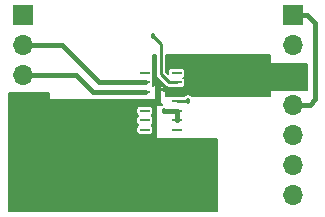
<source format=gbr>
G04 #@! TF.GenerationSoftware,KiCad,Pcbnew,5.1.4-e60b266~84~ubuntu18.04.1*
G04 #@! TF.CreationDate,2019-11-06T14:59:00-05:00*
G04 #@! TF.ProjectId,HRSensorDevBoard,48525365-6e73-46f7-9244-6576426f6172,rev?*
G04 #@! TF.SameCoordinates,Original*
G04 #@! TF.FileFunction,Copper,L1,Top*
G04 #@! TF.FilePolarity,Positive*
%FSLAX46Y46*%
G04 Gerber Fmt 4.6, Leading zero omitted, Abs format (unit mm)*
G04 Created by KiCad (PCBNEW 5.1.4-e60b266~84~ubuntu18.04.1) date 2019-11-06 14:59:00*
%MOMM*%
%LPD*%
G04 APERTURE LIST*
%ADD10C,0.100000*%
%ADD11O,1.700000X1.700000*%
%ADD12R,1.700000X1.700000*%
%ADD13R,0.812800X0.254000*%
%ADD14R,0.500000X0.500000*%
%ADD15C,0.457200*%
%ADD16C,0.482600*%
%ADD17C,0.381000*%
%ADD18C,0.254000*%
%ADD19C,0.127000*%
G04 APERTURE END LIST*
D10*
G36*
X11180000Y8136000D02*
G01*
X11180000Y9136000D01*
X11680000Y9136000D01*
X11680000Y8136000D01*
X11180000Y8136000D01*
G37*
D11*
X0Y150000D03*
X0Y2690000D03*
X0Y5230000D03*
X0Y7770000D03*
X0Y10310000D03*
X0Y12850000D03*
D12*
X0Y15390000D03*
X22860000Y15390000D03*
D11*
X22860000Y12850000D03*
X22860000Y10310000D03*
X22860000Y7770000D03*
X22860000Y5230000D03*
X22860000Y2690000D03*
X22860000Y150000D03*
D13*
X10341800Y10480000D03*
X10341800Y9679999D03*
X10341800Y8880001D03*
X10341800Y8080000D03*
X10341800Y7280002D03*
X10341800Y6480001D03*
X10341800Y5680000D03*
X13034200Y5680000D03*
X13034200Y6480001D03*
X13034200Y7279999D03*
X13034200Y8080000D03*
X13034200Y8879998D03*
X13034200Y9679999D03*
X13034200Y10480000D03*
D14*
X11430000Y8136000D03*
X11430000Y9136000D03*
D15*
X11963400Y7264400D03*
X2540000Y7620000D03*
X3810000Y7620000D03*
X5080000Y7620000D03*
X5715000Y6350000D03*
X5715000Y5080000D03*
X5715000Y3810000D03*
X6985000Y3810000D03*
X8255000Y3810000D03*
X9525000Y3810000D03*
X13970000Y3810000D03*
X15240000Y3810000D03*
D16*
X13335000Y11811000D03*
D15*
X13335000Y11176000D03*
X17018000Y11430000D03*
X18034000Y11430000D03*
X19050000Y11430000D03*
X20066000Y11430000D03*
X17018000Y10414000D03*
X18034000Y10414000D03*
X19050000Y10414000D03*
X20066000Y10414000D03*
X17018000Y9398000D03*
X18034000Y9398000D03*
X19050000Y9398000D03*
X20066000Y9398000D03*
X13970000Y8128000D03*
X11049000Y13589000D03*
D17*
X13018601Y7264400D02*
X13034200Y7279999D01*
X11963400Y7264400D02*
X13018601Y7264400D01*
X13034200Y7279999D02*
X13034200Y6480001D01*
D18*
X10397800Y8136000D02*
X10341800Y8080000D01*
D17*
X11374000Y8080000D02*
X11430000Y8136000D01*
X10341800Y8080000D02*
X11374000Y8080000D01*
D18*
X12373800Y8879998D02*
X12109798Y9144000D01*
X13034200Y8879998D02*
X12373800Y8879998D01*
X12101798Y9136000D02*
X11430000Y9136000D01*
X12109798Y9144000D02*
X12101798Y9136000D01*
X11430000Y9136000D02*
X11430000Y9652000D01*
D17*
X24091000Y15390000D02*
X22860000Y15390000D01*
X24765000Y14716000D02*
X24091000Y15390000D01*
X24280000Y7770000D02*
X24765000Y8255000D01*
X24765000Y8255000D02*
X24765000Y14716000D01*
X22860000Y7770000D02*
X24280000Y7770000D01*
D18*
X13922000Y8080000D02*
X13970000Y8128000D01*
X13034200Y8080000D02*
X13922000Y8080000D01*
D17*
X4549000Y10310000D02*
X0Y10310000D01*
X10341800Y8880001D02*
X5978999Y8880001D01*
X5978999Y8880001D02*
X4549000Y10310000D01*
X10341800Y9679999D02*
X6495001Y9679999D01*
X6495001Y9679999D02*
X3325000Y12850000D01*
X3325000Y12850000D02*
X0Y12850000D01*
D18*
X12373800Y9679999D02*
X11684000Y10369799D01*
X13034200Y9679999D02*
X12373800Y9679999D01*
X11684000Y12954000D02*
X11049000Y13589000D01*
X11684000Y10369799D02*
X11684000Y12954000D01*
D19*
G36*
X11239500Y10391619D02*
G01*
X11237351Y10369799D01*
X11239500Y10347979D01*
X11239500Y10347970D01*
X11245932Y10282663D01*
X11261631Y10230910D01*
X11271349Y10198874D01*
X11312624Y10121654D01*
X11340464Y10087731D01*
X11368171Y10053970D01*
X11385129Y10040053D01*
X12044058Y9381123D01*
X12057971Y9364170D01*
X12074924Y9350257D01*
X12074927Y9350254D01*
X12125654Y9308623D01*
X12193666Y9272270D01*
X12202874Y9267348D01*
X12286663Y9241931D01*
X12351970Y9235499D01*
X12351980Y9235499D01*
X12373800Y9233350D01*
X12395620Y9235499D01*
X12612204Y9235499D01*
X12627800Y9233963D01*
X13440600Y9233963D01*
X13502841Y9240093D01*
X13562690Y9258248D01*
X13617847Y9287730D01*
X13666193Y9327406D01*
X13705869Y9375752D01*
X13735351Y9430909D01*
X13753506Y9490758D01*
X13759636Y9552999D01*
X13759636Y9806999D01*
X13753506Y9869240D01*
X13735351Y9929089D01*
X13705869Y9984246D01*
X13666193Y10032592D01*
X13617847Y10072268D01*
X13603382Y10080000D01*
X13617847Y10087731D01*
X13666193Y10127407D01*
X13705869Y10175753D01*
X13735351Y10230910D01*
X13753506Y10290759D01*
X13759636Y10353000D01*
X13759636Y10607000D01*
X13753506Y10669241D01*
X13735351Y10729090D01*
X13705869Y10784247D01*
X13666193Y10832593D01*
X13617847Y10872269D01*
X13562690Y10901751D01*
X13502841Y10919906D01*
X13440600Y10926036D01*
X12627800Y10926036D01*
X12565559Y10919906D01*
X12505710Y10901751D01*
X12450553Y10872269D01*
X12402207Y10832593D01*
X12362531Y10784247D01*
X12333049Y10729090D01*
X12314894Y10669241D01*
X12308764Y10607000D01*
X12308764Y10373652D01*
X12128500Y10553916D01*
X12128500Y12001500D01*
X20891500Y12001500D01*
X20891500Y11303000D01*
X20892720Y11290612D01*
X20896334Y11278700D01*
X20902202Y11267721D01*
X20910099Y11258099D01*
X20919721Y11250202D01*
X20930700Y11244334D01*
X20942612Y11240720D01*
X20955000Y11239500D01*
X24066500Y11239500D01*
X24066500Y9080500D01*
X20955000Y9080500D01*
X20942612Y9079280D01*
X20930700Y9075666D01*
X20919721Y9069798D01*
X20910099Y9061901D01*
X20902202Y9052279D01*
X20896334Y9041300D01*
X20892720Y9029388D01*
X20891500Y9017000D01*
X20891500Y8572500D01*
X14287712Y8572500D01*
X14228675Y8611947D01*
X14129291Y8653113D01*
X14023786Y8674100D01*
X13916214Y8674100D01*
X13810709Y8653113D01*
X13711325Y8611947D01*
X13652288Y8572500D01*
X12128500Y8572500D01*
X12128500Y8890000D01*
X12127280Y8902388D01*
X12123666Y8914300D01*
X12117798Y8925279D01*
X12109901Y8934901D01*
X12100279Y8942798D01*
X12089300Y8948666D01*
X12077388Y8952280D01*
X12065000Y8953500D01*
X11997500Y8953500D01*
X11997500Y9136000D01*
X11994583Y9165749D01*
X11991876Y9195494D01*
X11991561Y9196563D01*
X11991453Y9197669D01*
X11982834Y9226215D01*
X11974381Y9254938D01*
X11973864Y9255927D01*
X11973543Y9256990D01*
X11959550Y9283306D01*
X11945673Y9309851D01*
X11944974Y9310721D01*
X11944452Y9311702D01*
X11925577Y9334846D01*
X11906845Y9358143D01*
X11905993Y9358858D01*
X11905289Y9359721D01*
X11882293Y9378745D01*
X11859377Y9397974D01*
X11858399Y9398512D01*
X11857544Y9399219D01*
X11831270Y9413426D01*
X11805077Y9427825D01*
X11804018Y9428161D01*
X11803036Y9428692D01*
X11774470Y9437534D01*
X11746012Y9446562D01*
X11744904Y9446686D01*
X11743842Y9447015D01*
X11714159Y9450135D01*
X11684433Y9453469D01*
X11682293Y9453484D01*
X11682217Y9453492D01*
X11682140Y9453485D01*
X11680000Y9453500D01*
X11180000Y9453500D01*
X11150251Y9450583D01*
X11120506Y9447876D01*
X11119437Y9447561D01*
X11118331Y9447453D01*
X11089785Y9438834D01*
X11061062Y9430381D01*
X11060073Y9429864D01*
X11059010Y9429543D01*
X11035555Y9417072D01*
X11042951Y9430909D01*
X11061106Y9490758D01*
X11067236Y9552999D01*
X11067236Y9806999D01*
X11061106Y9869240D01*
X11042951Y9929089D01*
X11013469Y9984246D01*
X10985500Y10018327D01*
X10985500Y10141672D01*
X11013469Y10175753D01*
X11042951Y10230910D01*
X11061106Y10290759D01*
X11067236Y10353000D01*
X11067236Y10607000D01*
X11061106Y10669241D01*
X11042951Y10729090D01*
X11013469Y10784247D01*
X10985500Y10818328D01*
X10985500Y12001500D01*
X11239501Y12001500D01*
X11239500Y10391619D01*
X11239500Y10391619D01*
G37*
X11239500Y10391619D02*
X11237351Y10369799D01*
X11239500Y10347979D01*
X11239500Y10347970D01*
X11245932Y10282663D01*
X11261631Y10230910D01*
X11271349Y10198874D01*
X11312624Y10121654D01*
X11340464Y10087731D01*
X11368171Y10053970D01*
X11385129Y10040053D01*
X12044058Y9381123D01*
X12057971Y9364170D01*
X12074924Y9350257D01*
X12074927Y9350254D01*
X12125654Y9308623D01*
X12193666Y9272270D01*
X12202874Y9267348D01*
X12286663Y9241931D01*
X12351970Y9235499D01*
X12351980Y9235499D01*
X12373800Y9233350D01*
X12395620Y9235499D01*
X12612204Y9235499D01*
X12627800Y9233963D01*
X13440600Y9233963D01*
X13502841Y9240093D01*
X13562690Y9258248D01*
X13617847Y9287730D01*
X13666193Y9327406D01*
X13705869Y9375752D01*
X13735351Y9430909D01*
X13753506Y9490758D01*
X13759636Y9552999D01*
X13759636Y9806999D01*
X13753506Y9869240D01*
X13735351Y9929089D01*
X13705869Y9984246D01*
X13666193Y10032592D01*
X13617847Y10072268D01*
X13603382Y10080000D01*
X13617847Y10087731D01*
X13666193Y10127407D01*
X13705869Y10175753D01*
X13735351Y10230910D01*
X13753506Y10290759D01*
X13759636Y10353000D01*
X13759636Y10607000D01*
X13753506Y10669241D01*
X13735351Y10729090D01*
X13705869Y10784247D01*
X13666193Y10832593D01*
X13617847Y10872269D01*
X13562690Y10901751D01*
X13502841Y10919906D01*
X13440600Y10926036D01*
X12627800Y10926036D01*
X12565559Y10919906D01*
X12505710Y10901751D01*
X12450553Y10872269D01*
X12402207Y10832593D01*
X12362531Y10784247D01*
X12333049Y10729090D01*
X12314894Y10669241D01*
X12308764Y10607000D01*
X12308764Y10373652D01*
X12128500Y10553916D01*
X12128500Y12001500D01*
X20891500Y12001500D01*
X20891500Y11303000D01*
X20892720Y11290612D01*
X20896334Y11278700D01*
X20902202Y11267721D01*
X20910099Y11258099D01*
X20919721Y11250202D01*
X20930700Y11244334D01*
X20942612Y11240720D01*
X20955000Y11239500D01*
X24066500Y11239500D01*
X24066500Y9080500D01*
X20955000Y9080500D01*
X20942612Y9079280D01*
X20930700Y9075666D01*
X20919721Y9069798D01*
X20910099Y9061901D01*
X20902202Y9052279D01*
X20896334Y9041300D01*
X20892720Y9029388D01*
X20891500Y9017000D01*
X20891500Y8572500D01*
X14287712Y8572500D01*
X14228675Y8611947D01*
X14129291Y8653113D01*
X14023786Y8674100D01*
X13916214Y8674100D01*
X13810709Y8653113D01*
X13711325Y8611947D01*
X13652288Y8572500D01*
X12128500Y8572500D01*
X12128500Y8890000D01*
X12127280Y8902388D01*
X12123666Y8914300D01*
X12117798Y8925279D01*
X12109901Y8934901D01*
X12100279Y8942798D01*
X12089300Y8948666D01*
X12077388Y8952280D01*
X12065000Y8953500D01*
X11997500Y8953500D01*
X11997500Y9136000D01*
X11994583Y9165749D01*
X11991876Y9195494D01*
X11991561Y9196563D01*
X11991453Y9197669D01*
X11982834Y9226215D01*
X11974381Y9254938D01*
X11973864Y9255927D01*
X11973543Y9256990D01*
X11959550Y9283306D01*
X11945673Y9309851D01*
X11944974Y9310721D01*
X11944452Y9311702D01*
X11925577Y9334846D01*
X11906845Y9358143D01*
X11905993Y9358858D01*
X11905289Y9359721D01*
X11882293Y9378745D01*
X11859377Y9397974D01*
X11858399Y9398512D01*
X11857544Y9399219D01*
X11831270Y9413426D01*
X11805077Y9427825D01*
X11804018Y9428161D01*
X11803036Y9428692D01*
X11774470Y9437534D01*
X11746012Y9446562D01*
X11744904Y9446686D01*
X11743842Y9447015D01*
X11714159Y9450135D01*
X11684433Y9453469D01*
X11682293Y9453484D01*
X11682217Y9453492D01*
X11682140Y9453485D01*
X11680000Y9453500D01*
X11180000Y9453500D01*
X11150251Y9450583D01*
X11120506Y9447876D01*
X11119437Y9447561D01*
X11118331Y9447453D01*
X11089785Y9438834D01*
X11061062Y9430381D01*
X11060073Y9429864D01*
X11059010Y9429543D01*
X11035555Y9417072D01*
X11042951Y9430909D01*
X11061106Y9490758D01*
X11067236Y9552999D01*
X11067236Y9806999D01*
X11061106Y9869240D01*
X11042951Y9929089D01*
X11013469Y9984246D01*
X10985500Y10018327D01*
X10985500Y10141672D01*
X11013469Y10175753D01*
X11042951Y10230910D01*
X11061106Y10290759D01*
X11067236Y10353000D01*
X11067236Y10607000D01*
X11061106Y10669241D01*
X11042951Y10729090D01*
X11013469Y10784247D01*
X10985500Y10818328D01*
X10985500Y12001500D01*
X11239501Y12001500D01*
X11239500Y10391619D01*
G36*
X2222500Y8255000D02*
G01*
X2223720Y8242612D01*
X2227334Y8230700D01*
X2233202Y8219721D01*
X2241099Y8210099D01*
X2250721Y8202202D01*
X2261700Y8196334D01*
X2273612Y8192720D01*
X2286000Y8191500D01*
X10862500Y8191500D01*
X10862500Y8136000D01*
X10865417Y8106251D01*
X10868124Y8076506D01*
X10868439Y8075437D01*
X10868547Y8074331D01*
X10877166Y8045785D01*
X10885619Y8017062D01*
X10886136Y8016073D01*
X10886457Y8015010D01*
X10900450Y7988694D01*
X10914327Y7962149D01*
X10915026Y7961279D01*
X10915548Y7960298D01*
X10934423Y7937154D01*
X10953155Y7913857D01*
X10954007Y7913142D01*
X10954711Y7912279D01*
X10977707Y7893255D01*
X11000623Y7874026D01*
X11001601Y7873488D01*
X11002456Y7872781D01*
X11028730Y7858574D01*
X11054923Y7844175D01*
X11055982Y7843839D01*
X11056964Y7843308D01*
X11085530Y7834466D01*
X11113988Y7825438D01*
X11115096Y7825314D01*
X11116158Y7824985D01*
X11145841Y7821865D01*
X11175567Y7818531D01*
X11177707Y7818516D01*
X11177783Y7818508D01*
X11177860Y7818515D01*
X11180000Y7818500D01*
X11680000Y7818500D01*
X11709749Y7821417D01*
X11739494Y7824124D01*
X11740563Y7824439D01*
X11741669Y7824547D01*
X11747500Y7826308D01*
X11747500Y7810500D01*
X11303000Y7810500D01*
X11290612Y7809280D01*
X11278700Y7805666D01*
X11267721Y7799798D01*
X11258099Y7791901D01*
X11250202Y7782279D01*
X11244334Y7771300D01*
X11240720Y7759388D01*
X11239500Y7747000D01*
X11239500Y4953000D01*
X11240720Y4940612D01*
X11244334Y4928700D01*
X11250202Y4917721D01*
X11258099Y4908099D01*
X11267721Y4900202D01*
X11278700Y4894334D01*
X11290612Y4890720D01*
X11303000Y4889500D01*
X16446500Y4889500D01*
X16446500Y-1206500D01*
X-1206500Y-1206500D01*
X-1206500Y7407002D01*
X9616364Y7407002D01*
X9616364Y7153002D01*
X9622494Y7090761D01*
X9640649Y7030912D01*
X9670131Y6975755D01*
X9709807Y6927409D01*
X9758153Y6887733D01*
X9772618Y6880002D01*
X9758153Y6872270D01*
X9709807Y6832594D01*
X9670131Y6784248D01*
X9640649Y6729091D01*
X9622494Y6669242D01*
X9616364Y6607001D01*
X9616364Y6353001D01*
X9622494Y6290760D01*
X9640649Y6230911D01*
X9670131Y6175754D01*
X9709807Y6127408D01*
X9758153Y6087732D01*
X9772618Y6080001D01*
X9758153Y6072269D01*
X9709807Y6032593D01*
X9670131Y5984247D01*
X9640649Y5929090D01*
X9622494Y5869241D01*
X9616364Y5807000D01*
X9616364Y5553000D01*
X9622494Y5490759D01*
X9640649Y5430910D01*
X9670131Y5375753D01*
X9709807Y5327407D01*
X9758153Y5287731D01*
X9813310Y5258249D01*
X9873159Y5240094D01*
X9935400Y5233964D01*
X10748200Y5233964D01*
X10810441Y5240094D01*
X10870290Y5258249D01*
X10925447Y5287731D01*
X10973793Y5327407D01*
X11013469Y5375753D01*
X11042951Y5430910D01*
X11061106Y5490759D01*
X11067236Y5553000D01*
X11067236Y5807000D01*
X11061106Y5869241D01*
X11042951Y5929090D01*
X11013469Y5984247D01*
X10973793Y6032593D01*
X10925447Y6072269D01*
X10910982Y6080001D01*
X10925447Y6087732D01*
X10973793Y6127408D01*
X11013469Y6175754D01*
X11042951Y6230911D01*
X11061106Y6290760D01*
X11067236Y6353001D01*
X11067236Y6607001D01*
X11061106Y6669242D01*
X11042951Y6729091D01*
X11013469Y6784248D01*
X10973793Y6832594D01*
X10925447Y6872270D01*
X10910982Y6880002D01*
X10925447Y6887733D01*
X10973793Y6927409D01*
X11013469Y6975755D01*
X11042951Y7030912D01*
X11061106Y7090761D01*
X11067236Y7153002D01*
X11067236Y7407002D01*
X11061106Y7469243D01*
X11042951Y7529092D01*
X11013469Y7584249D01*
X10973793Y7632595D01*
X10925447Y7672271D01*
X10870290Y7701753D01*
X10810441Y7719908D01*
X10748200Y7726038D01*
X9935400Y7726038D01*
X9873159Y7719908D01*
X9813310Y7701753D01*
X9758153Y7672271D01*
X9709807Y7632595D01*
X9670131Y7584249D01*
X9640649Y7529092D01*
X9622494Y7469243D01*
X9616364Y7407002D01*
X-1206500Y7407002D01*
X-1206500Y8826500D01*
X2222500Y8826500D01*
X2222500Y8255000D01*
X2222500Y8255000D01*
G37*
X2222500Y8255000D02*
X2223720Y8242612D01*
X2227334Y8230700D01*
X2233202Y8219721D01*
X2241099Y8210099D01*
X2250721Y8202202D01*
X2261700Y8196334D01*
X2273612Y8192720D01*
X2286000Y8191500D01*
X10862500Y8191500D01*
X10862500Y8136000D01*
X10865417Y8106251D01*
X10868124Y8076506D01*
X10868439Y8075437D01*
X10868547Y8074331D01*
X10877166Y8045785D01*
X10885619Y8017062D01*
X10886136Y8016073D01*
X10886457Y8015010D01*
X10900450Y7988694D01*
X10914327Y7962149D01*
X10915026Y7961279D01*
X10915548Y7960298D01*
X10934423Y7937154D01*
X10953155Y7913857D01*
X10954007Y7913142D01*
X10954711Y7912279D01*
X10977707Y7893255D01*
X11000623Y7874026D01*
X11001601Y7873488D01*
X11002456Y7872781D01*
X11028730Y7858574D01*
X11054923Y7844175D01*
X11055982Y7843839D01*
X11056964Y7843308D01*
X11085530Y7834466D01*
X11113988Y7825438D01*
X11115096Y7825314D01*
X11116158Y7824985D01*
X11145841Y7821865D01*
X11175567Y7818531D01*
X11177707Y7818516D01*
X11177783Y7818508D01*
X11177860Y7818515D01*
X11180000Y7818500D01*
X11680000Y7818500D01*
X11709749Y7821417D01*
X11739494Y7824124D01*
X11740563Y7824439D01*
X11741669Y7824547D01*
X11747500Y7826308D01*
X11747500Y7810500D01*
X11303000Y7810500D01*
X11290612Y7809280D01*
X11278700Y7805666D01*
X11267721Y7799798D01*
X11258099Y7791901D01*
X11250202Y7782279D01*
X11244334Y7771300D01*
X11240720Y7759388D01*
X11239500Y7747000D01*
X11239500Y4953000D01*
X11240720Y4940612D01*
X11244334Y4928700D01*
X11250202Y4917721D01*
X11258099Y4908099D01*
X11267721Y4900202D01*
X11278700Y4894334D01*
X11290612Y4890720D01*
X11303000Y4889500D01*
X16446500Y4889500D01*
X16446500Y-1206500D01*
X-1206500Y-1206500D01*
X-1206500Y7407002D01*
X9616364Y7407002D01*
X9616364Y7153002D01*
X9622494Y7090761D01*
X9640649Y7030912D01*
X9670131Y6975755D01*
X9709807Y6927409D01*
X9758153Y6887733D01*
X9772618Y6880002D01*
X9758153Y6872270D01*
X9709807Y6832594D01*
X9670131Y6784248D01*
X9640649Y6729091D01*
X9622494Y6669242D01*
X9616364Y6607001D01*
X9616364Y6353001D01*
X9622494Y6290760D01*
X9640649Y6230911D01*
X9670131Y6175754D01*
X9709807Y6127408D01*
X9758153Y6087732D01*
X9772618Y6080001D01*
X9758153Y6072269D01*
X9709807Y6032593D01*
X9670131Y5984247D01*
X9640649Y5929090D01*
X9622494Y5869241D01*
X9616364Y5807000D01*
X9616364Y5553000D01*
X9622494Y5490759D01*
X9640649Y5430910D01*
X9670131Y5375753D01*
X9709807Y5327407D01*
X9758153Y5287731D01*
X9813310Y5258249D01*
X9873159Y5240094D01*
X9935400Y5233964D01*
X10748200Y5233964D01*
X10810441Y5240094D01*
X10870290Y5258249D01*
X10925447Y5287731D01*
X10973793Y5327407D01*
X11013469Y5375753D01*
X11042951Y5430910D01*
X11061106Y5490759D01*
X11067236Y5553000D01*
X11067236Y5807000D01*
X11061106Y5869241D01*
X11042951Y5929090D01*
X11013469Y5984247D01*
X10973793Y6032593D01*
X10925447Y6072269D01*
X10910982Y6080001D01*
X10925447Y6087732D01*
X10973793Y6127408D01*
X11013469Y6175754D01*
X11042951Y6230911D01*
X11061106Y6290760D01*
X11067236Y6353001D01*
X11067236Y6607001D01*
X11061106Y6669242D01*
X11042951Y6729091D01*
X11013469Y6784248D01*
X10973793Y6832594D01*
X10925447Y6872270D01*
X10910982Y6880002D01*
X10925447Y6887733D01*
X10973793Y6927409D01*
X11013469Y6975755D01*
X11042951Y7030912D01*
X11061106Y7090761D01*
X11067236Y7153002D01*
X11067236Y7407002D01*
X11061106Y7469243D01*
X11042951Y7529092D01*
X11013469Y7584249D01*
X10973793Y7632595D01*
X10925447Y7672271D01*
X10870290Y7701753D01*
X10810441Y7719908D01*
X10748200Y7726038D01*
X9935400Y7726038D01*
X9873159Y7719908D01*
X9813310Y7701753D01*
X9758153Y7672271D01*
X9709807Y7632595D01*
X9670131Y7584249D01*
X9640649Y7529092D01*
X9622494Y7469243D01*
X9616364Y7407002D01*
X-1206500Y7407002D01*
X-1206500Y8826500D01*
X2222500Y8826500D01*
X2222500Y8255000D01*
M02*

</source>
